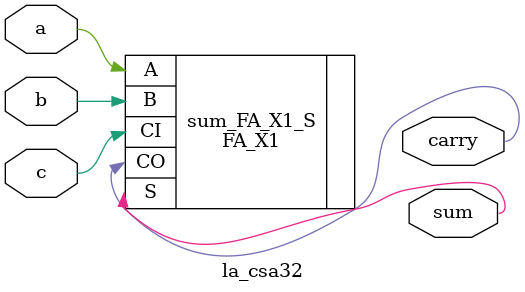
<source format=v>
/* Generated by Yosys 0.37 (git sha1 a5c7f69ed, clang 14.0.0-1ubuntu1.1 -fPIC -Os) */

module la_csa32(a, b, c, sum, carry);
  input a;
  wire a;
  input b;
  wire b;
  input c;
  wire c;
  output carry;
  wire carry;
  output sum;
  wire sum;
  FA_X1 sum_FA_X1_S (
    .A(a),
    .B(b),
    .CI(c),
    .CO(carry),
    .S(sum)
  );
endmodule

</source>
